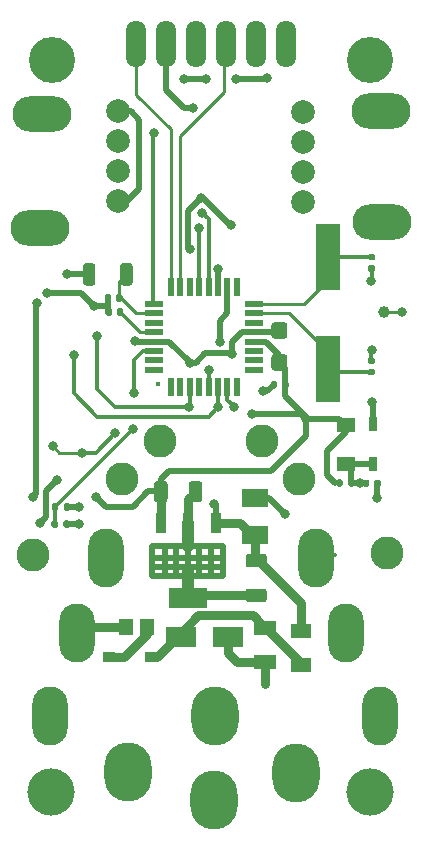
<source format=gbr>
%TF.GenerationSoftware,KiCad,Pcbnew,(5.1.10)-1*%
%TF.CreationDate,2021-10-24T00:58:49+05:30*%
%TF.ProjectId,Modbus_IO_Board,4d6f6462-7573-45f4-994f-5f426f617264,rev?*%
%TF.SameCoordinates,Original*%
%TF.FileFunction,Copper,L1,Top*%
%TF.FilePolarity,Positive*%
%FSLAX46Y46*%
G04 Gerber Fmt 4.6, Leading zero omitted, Abs format (unit mm)*
G04 Created by KiCad (PCBNEW (5.1.10)-1) date 2021-10-24 00:58:49*
%MOMM*%
%LPD*%
G01*
G04 APERTURE LIST*
%TA.AperFunction,ComponentPad*%
%ADD10C,3.900000*%
%TD*%
%TA.AperFunction,ComponentPad*%
%ADD11C,4.000000*%
%TD*%
%TA.AperFunction,ComponentPad*%
%ADD12C,2.800000*%
%TD*%
%TA.AperFunction,ComponentPad*%
%ADD13C,2.000000*%
%TD*%
%TA.AperFunction,ComponentPad*%
%ADD14O,3.000000X5.000000*%
%TD*%
%TA.AperFunction,SMDPad,CuDef*%
%ADD15R,1.500000X0.600000*%
%TD*%
%TA.AperFunction,SMDPad,CuDef*%
%ADD16R,0.600000X1.500000*%
%TD*%
%TA.AperFunction,SMDPad,CuDef*%
%ADD17R,2.100000X5.600000*%
%TD*%
%TA.AperFunction,ComponentPad*%
%ADD18C,0.800000*%
%TD*%
%TA.AperFunction,ComponentPad*%
%ADD19O,5.000000X3.000000*%
%TD*%
%TA.AperFunction,ComponentPad*%
%ADD20O,4.000000X5.000000*%
%TD*%
%TA.AperFunction,SMDPad,CuDef*%
%ADD21R,1.050000X0.850000*%
%TD*%
%TA.AperFunction,SMDPad,CuDef*%
%ADD22R,0.750000X1.200000*%
%TD*%
%TA.AperFunction,SMDPad,CuDef*%
%ADD23R,1.650000X1.150000*%
%TD*%
%TA.AperFunction,ComponentPad*%
%ADD24O,1.700000X4.000000*%
%TD*%
%TA.AperFunction,SMDPad,CuDef*%
%ADD25R,1.900000X1.300000*%
%TD*%
%TA.AperFunction,SMDPad,CuDef*%
%ADD26R,1.150000X1.470000*%
%TD*%
%TA.AperFunction,SMDPad,CuDef*%
%ADD27R,3.200000X1.750000*%
%TD*%
%TA.AperFunction,SMDPad,CuDef*%
%ADD28R,0.950000X1.750000*%
%TD*%
%TA.AperFunction,SMDPad,CuDef*%
%ADD29R,1.800000X1.200000*%
%TD*%
%TA.AperFunction,SMDPad,CuDef*%
%ADD30R,2.250000X1.650000*%
%TD*%
%TA.AperFunction,SMDPad,CuDef*%
%ADD31C,1.000000*%
%TD*%
%TA.AperFunction,SMDPad,CuDef*%
%ADD32R,2.500000X1.800000*%
%TD*%
%TA.AperFunction,ViaPad*%
%ADD33C,0.800000*%
%TD*%
%TA.AperFunction,ViaPad*%
%ADD34C,0.400000*%
%TD*%
%TA.AperFunction,Conductor*%
%ADD35C,0.500000*%
%TD*%
%TA.AperFunction,Conductor*%
%ADD36C,1.000000*%
%TD*%
%TA.AperFunction,Conductor*%
%ADD37C,0.250000*%
%TD*%
%TA.AperFunction,Conductor*%
%ADD38C,0.300000*%
%TD*%
%TA.AperFunction,Conductor*%
%ADD39C,0.800000*%
%TD*%
G04 APERTURE END LIST*
D10*
%TO.P,H1,1*%
%TO.N,N/C*%
X131830000Y-60750000D03*
%TD*%
%TO.P,H2,1*%
%TO.N,N/C*%
X158750000Y-60760000D03*
%TD*%
D11*
%TO.P,H4,1*%
%TO.N,N/C*%
X158770000Y-122700000D03*
%TD*%
%TO.P,H3,1*%
%TO.N,N/C*%
X131740000Y-122710000D03*
%TD*%
D12*
%TO.P,TP9,1*%
%TO.N,/Data_A*%
X140970000Y-92964000D03*
%TD*%
%TO.P,B,1*%
%TO.N,/Data_B*%
X137750000Y-96180000D03*
%TD*%
D13*
%TO.P,I-3,1*%
%TO.N,Net-(D6-Pad1)*%
X137439400Y-70154800D03*
%TD*%
%TO.P,I-1,1*%
%TO.N,GND*%
X137439400Y-65074800D03*
%TD*%
%TO.P,I-2,1*%
%TO.N,Net-(D8-Pad1)*%
X137439400Y-67614800D03*
%TD*%
%TO.P,I-4,1*%
%TO.N,GND*%
X137439400Y-72694800D03*
%TD*%
%TO.P,O-4,1*%
%TO.N,Net-(IC5-Pad8)*%
X153060400Y-72771000D03*
%TD*%
%TO.P,O-3,1*%
%TO.N,Net-(IC5-Pad7)*%
X153060400Y-70231000D03*
%TD*%
%TO.P,O-2,1*%
%TO.N,Net-(IC5-Pad6)*%
X153060400Y-67691000D03*
%TD*%
%TO.P,O-1,1*%
%TO.N,Net-(IC5-Pad5)*%
X153060400Y-65151000D03*
%TD*%
D14*
%TO.P,TP11,1*%
%TO.N,GND*%
X154178000Y-102870000D03*
%TD*%
%TO.P,12V,1*%
%TO.N,+12V*%
X156718000Y-109230000D03*
%TD*%
%TO.P,TP15,1*%
%TO.N,GND*%
X136398000Y-102870000D03*
%TD*%
%TO.P,12V,1*%
%TO.N,+12V*%
X133920000Y-109230000D03*
%TD*%
D12*
%TO.P,B,1*%
%TO.N,/Data_B*%
X152760000Y-96220000D03*
%TD*%
%TO.P,A,1*%
%TO.N,/Data_A*%
X149606000Y-92964000D03*
%TD*%
D15*
%TO.P,IC1,1*%
%TO.N,N/C*%
X148920000Y-86970000D03*
%TO.P,IC1,2*%
X148920000Y-86170000D03*
%TO.P,IC1,3*%
X148920000Y-85370000D03*
%TO.P,IC1,4*%
%TO.N,+3V3*%
X148920000Y-84570000D03*
%TO.P,IC1,5*%
%TO.N,GND*%
X148920000Y-83770000D03*
%TO.P,IC1,6*%
%TO.N,N/C*%
X148920000Y-82970000D03*
%TO.P,IC1,7*%
%TO.N,Net-(C6-Pad1)*%
X148920000Y-82170000D03*
%TO.P,IC1,8*%
%TO.N,Net-(C7-Pad1)*%
X148920000Y-81370000D03*
D16*
%TO.P,IC1,9*%
%TO.N,N/C*%
X147470000Y-79920000D03*
%TO.P,IC1,10*%
%TO.N,/1Y*%
X146670000Y-79920000D03*
%TO.P,IC1,11*%
%TO.N,/2Y*%
X145870000Y-79920000D03*
%TO.P,IC1,12*%
%TO.N,/OUT1*%
X145070000Y-79920000D03*
%TO.P,IC1,13*%
%TO.N,/OUT2*%
X144270000Y-79920000D03*
%TO.P,IC1,14*%
%TO.N,N/C*%
X143470000Y-79920000D03*
%TO.P,IC1,15*%
%TO.N,/MOSI*%
X142670000Y-79920000D03*
%TO.P,IC1,16*%
%TO.N,/MISO*%
X141870000Y-79920000D03*
D15*
%TO.P,IC1,17*%
%TO.N,/SCK*%
X140420000Y-81370000D03*
%TO.P,IC1,18*%
%TO.N,Net-(C5-Pad1)*%
X140420000Y-82170000D03*
%TO.P,IC1,19*%
%TO.N,N/C*%
X140420000Y-82970000D03*
%TO.P,IC1,20*%
%TO.N,Net-(C4-Pad2)*%
X140420000Y-83770000D03*
%TO.P,IC1,21*%
%TO.N,GND*%
X140420000Y-84570000D03*
%TO.P,IC1,22*%
%TO.N,/Vin*%
X140420000Y-85370000D03*
%TO.P,IC1,23*%
%TO.N,N/C*%
X140420000Y-86170000D03*
%TO.P,IC1,24*%
X140420000Y-86970000D03*
D16*
%TO.P,IC1,25*%
X141870000Y-88420000D03*
%TO.P,IC1,26*%
X142670000Y-88420000D03*
%TO.P,IC1,27*%
%TO.N,/MAX_EN*%
X143470000Y-88420000D03*
%TO.P,IC1,28*%
%TO.N,N/C*%
X144270000Y-88420000D03*
%TO.P,IC1,29*%
%TO.N,/RSB*%
X145070000Y-88420000D03*
%TO.P,IC1,30*%
%TO.N,/RXD*%
X145870000Y-88420000D03*
%TO.P,IC1,31*%
%TO.N,/TXD*%
X146670000Y-88420000D03*
%TO.P,IC1,32*%
%TO.N,N/C*%
X147470000Y-88420000D03*
%TD*%
D17*
%TO.P,Y1,2*%
%TO.N,Net-(C7-Pad1)*%
X155180000Y-77410000D03*
%TO.P,Y1,1*%
%TO.N,Net-(C6-Pad1)*%
X155180000Y-86910000D03*
%TD*%
D18*
%TO.P,TP18,1*%
%TO.N,/TXD*%
X147219200Y-90079200D03*
%TD*%
%TO.P,RX,1*%
%TO.N,/RXD*%
X145870000Y-90100000D03*
%TD*%
D19*
%TO.P,e,*%
%TO.N,*%
X130960000Y-65330000D03*
%TD*%
%TO.P,e,*%
%TO.N,*%
X159660000Y-65060000D03*
%TD*%
%TO.P,e,*%
%TO.N,*%
X159720000Y-74422000D03*
%TD*%
D20*
%TO.P,,*%
%TO.N,*%
X138266400Y-121037600D03*
%TD*%
%TO.P,,*%
%TO.N,*%
X152490400Y-121101100D03*
%TD*%
%TO.P,,*%
%TO.N,*%
X145505400Y-123403100D03*
%TD*%
D14*
%TO.P,,*%
%TO.N,*%
X131607000Y-116287800D03*
%TD*%
D20*
%TO.P,,*%
%TO.N,*%
X145607000Y-116287800D03*
%TD*%
D14*
%TO.P,,*%
%TO.N,*%
X159607000Y-116287800D03*
%TD*%
D21*
%TO.P,D3,2*%
%TO.N,Net-(D3-Pad2)*%
X136630000Y-111252000D03*
%TO.P,D3,1*%
%TO.N,Net-(D3-Pad1)*%
X140230000Y-111252000D03*
%TD*%
D22*
%TO.P,D2,2*%
%TO.N,GND*%
X158960000Y-91570000D03*
%TO.P,D2,1*%
%TO.N,/RSB*%
X158960000Y-94970000D03*
%TD*%
D23*
%TO.P,D1,2*%
%TO.N,/RSB*%
X156680000Y-94940000D03*
%TO.P,D1,1*%
%TO.N,+3V3*%
X156680000Y-91640000D03*
%TD*%
D18*
%TO.P,EN,1*%
%TO.N,/MAX_EN*%
X143440000Y-90100000D03*
%TD*%
%TO.P,C3,2*%
%TO.N,GND*%
%TA.AperFunction,SMDPad,CuDef*%
G36*
G01*
X151495001Y-84330000D02*
X150644999Y-84330000D01*
G75*
G02*
X150395000Y-84080001I0J249999D01*
G01*
X150395000Y-83179999D01*
G75*
G02*
X150644999Y-82930000I249999J0D01*
G01*
X151495001Y-82930000D01*
G75*
G02*
X151745000Y-83179999I0J-249999D01*
G01*
X151745000Y-84080001D01*
G75*
G02*
X151495001Y-84330000I-249999J0D01*
G01*
G37*
%TD.AperFunction*%
%TO.P,C3,1*%
%TO.N,+3V3*%
%TA.AperFunction,SMDPad,CuDef*%
G36*
G01*
X151495001Y-87030000D02*
X150644999Y-87030000D01*
G75*
G02*
X150395000Y-86780001I0J249999D01*
G01*
X150395000Y-85879999D01*
G75*
G02*
X150644999Y-85630000I249999J0D01*
G01*
X151495001Y-85630000D01*
G75*
G02*
X151745000Y-85879999I0J-249999D01*
G01*
X151745000Y-86780001D01*
G75*
G02*
X151495001Y-87030000I-249999J0D01*
G01*
G37*
%TD.AperFunction*%
%TD*%
%TO.P,C7,2*%
%TO.N,GND*%
%TA.AperFunction,SMDPad,CuDef*%
G36*
G01*
X158700000Y-78100000D02*
X159040000Y-78100000D01*
G75*
G02*
X159180000Y-78240000I0J-140000D01*
G01*
X159180000Y-78520000D01*
G75*
G02*
X159040000Y-78660000I-140000J0D01*
G01*
X158700000Y-78660000D01*
G75*
G02*
X158560000Y-78520000I0J140000D01*
G01*
X158560000Y-78240000D01*
G75*
G02*
X158700000Y-78100000I140000J0D01*
G01*
G37*
%TD.AperFunction*%
%TO.P,C7,1*%
%TO.N,Net-(C7-Pad1)*%
%TA.AperFunction,SMDPad,CuDef*%
G36*
G01*
X158700000Y-77140000D02*
X159040000Y-77140000D01*
G75*
G02*
X159180000Y-77280000I0J-140000D01*
G01*
X159180000Y-77560000D01*
G75*
G02*
X159040000Y-77700000I-140000J0D01*
G01*
X158700000Y-77700000D01*
G75*
G02*
X158560000Y-77560000I0J140000D01*
G01*
X158560000Y-77280000D01*
G75*
G02*
X158700000Y-77140000I140000J0D01*
G01*
G37*
%TD.AperFunction*%
%TD*%
%TO.P,C6,2*%
%TO.N,GND*%
%TA.AperFunction,SMDPad,CuDef*%
G36*
G01*
X159030000Y-86480000D02*
X158690000Y-86480000D01*
G75*
G02*
X158550000Y-86340000I0J140000D01*
G01*
X158550000Y-86060000D01*
G75*
G02*
X158690000Y-85920000I140000J0D01*
G01*
X159030000Y-85920000D01*
G75*
G02*
X159170000Y-86060000I0J-140000D01*
G01*
X159170000Y-86340000D01*
G75*
G02*
X159030000Y-86480000I-140000J0D01*
G01*
G37*
%TD.AperFunction*%
%TO.P,C6,1*%
%TO.N,Net-(C6-Pad1)*%
%TA.AperFunction,SMDPad,CuDef*%
G36*
G01*
X159030000Y-87440000D02*
X158690000Y-87440000D01*
G75*
G02*
X158550000Y-87300000I0J140000D01*
G01*
X158550000Y-87020000D01*
G75*
G02*
X158690000Y-86880000I140000J0D01*
G01*
X159030000Y-86880000D01*
G75*
G02*
X159170000Y-87020000I0J-140000D01*
G01*
X159170000Y-87300000D01*
G75*
G02*
X159030000Y-87440000I-140000J0D01*
G01*
G37*
%TD.AperFunction*%
%TD*%
%TO.P,C5,2*%
%TO.N,GND*%
%TA.AperFunction,SMDPad,CuDef*%
G36*
G01*
X136830000Y-80710000D02*
X136830000Y-81050000D01*
G75*
G02*
X136690000Y-81190000I-140000J0D01*
G01*
X136410000Y-81190000D01*
G75*
G02*
X136270000Y-81050000I0J140000D01*
G01*
X136270000Y-80710000D01*
G75*
G02*
X136410000Y-80570000I140000J0D01*
G01*
X136690000Y-80570000D01*
G75*
G02*
X136830000Y-80710000I0J-140000D01*
G01*
G37*
%TD.AperFunction*%
%TO.P,C5,1*%
%TO.N,Net-(C5-Pad1)*%
%TA.AperFunction,SMDPad,CuDef*%
G36*
G01*
X137790000Y-80710000D02*
X137790000Y-81050000D01*
G75*
G02*
X137650000Y-81190000I-140000J0D01*
G01*
X137370000Y-81190000D01*
G75*
G02*
X137230000Y-81050000I0J140000D01*
G01*
X137230000Y-80710000D01*
G75*
G02*
X137370000Y-80570000I140000J0D01*
G01*
X137650000Y-80570000D01*
G75*
G02*
X137790000Y-80710000I0J-140000D01*
G01*
G37*
%TD.AperFunction*%
%TD*%
%TO.P,C4,2*%
%TO.N,Net-(C4-Pad2)*%
%TA.AperFunction,SMDPad,CuDef*%
G36*
G01*
X137300000Y-82240000D02*
X137300000Y-81900000D01*
G75*
G02*
X137440000Y-81760000I140000J0D01*
G01*
X137720000Y-81760000D01*
G75*
G02*
X137860000Y-81900000I0J-140000D01*
G01*
X137860000Y-82240000D01*
G75*
G02*
X137720000Y-82380000I-140000J0D01*
G01*
X137440000Y-82380000D01*
G75*
G02*
X137300000Y-82240000I0J140000D01*
G01*
G37*
%TD.AperFunction*%
%TO.P,C4,1*%
%TO.N,GND*%
%TA.AperFunction,SMDPad,CuDef*%
G36*
G01*
X136340000Y-82240000D02*
X136340000Y-81900000D01*
G75*
G02*
X136480000Y-81760000I140000J0D01*
G01*
X136760000Y-81760000D01*
G75*
G02*
X136900000Y-81900000I0J-140000D01*
G01*
X136900000Y-82240000D01*
G75*
G02*
X136760000Y-82380000I-140000J0D01*
G01*
X136480000Y-82380000D01*
G75*
G02*
X136340000Y-82240000I0J140000D01*
G01*
G37*
%TD.AperFunction*%
%TD*%
%TO.P,C2,2*%
%TO.N,GND*%
%TA.AperFunction,SMDPad,CuDef*%
G36*
G01*
X150880000Y-88050000D02*
X150880000Y-88390000D01*
G75*
G02*
X150740000Y-88530000I-140000J0D01*
G01*
X150460000Y-88530000D01*
G75*
G02*
X150320000Y-88390000I0J140000D01*
G01*
X150320000Y-88050000D01*
G75*
G02*
X150460000Y-87910000I140000J0D01*
G01*
X150740000Y-87910000D01*
G75*
G02*
X150880000Y-88050000I0J-140000D01*
G01*
G37*
%TD.AperFunction*%
%TO.P,C2,1*%
%TO.N,+3V3*%
%TA.AperFunction,SMDPad,CuDef*%
G36*
G01*
X151840000Y-88050000D02*
X151840000Y-88390000D01*
G75*
G02*
X151700000Y-88530000I-140000J0D01*
G01*
X151420000Y-88530000D01*
G75*
G02*
X151280000Y-88390000I0J140000D01*
G01*
X151280000Y-88050000D01*
G75*
G02*
X151420000Y-87910000I140000J0D01*
G01*
X151700000Y-87910000D01*
G75*
G02*
X151840000Y-88050000I0J-140000D01*
G01*
G37*
%TD.AperFunction*%
%TD*%
%TO.P,C1,2*%
%TO.N,GND*%
%TA.AperFunction,SMDPad,CuDef*%
G36*
G01*
X159090000Y-96750000D02*
X159090000Y-96410000D01*
G75*
G02*
X159230000Y-96270000I140000J0D01*
G01*
X159510000Y-96270000D01*
G75*
G02*
X159650000Y-96410000I0J-140000D01*
G01*
X159650000Y-96750000D01*
G75*
G02*
X159510000Y-96890000I-140000J0D01*
G01*
X159230000Y-96890000D01*
G75*
G02*
X159090000Y-96750000I0J140000D01*
G01*
G37*
%TD.AperFunction*%
%TO.P,C1,1*%
%TO.N,/RSB*%
%TA.AperFunction,SMDPad,CuDef*%
G36*
G01*
X158130000Y-96750000D02*
X158130000Y-96410000D01*
G75*
G02*
X158270000Y-96270000I140000J0D01*
G01*
X158550000Y-96270000D01*
G75*
G02*
X158690000Y-96410000I0J-140000D01*
G01*
X158690000Y-96750000D01*
G75*
G02*
X158550000Y-96890000I-140000J0D01*
G01*
X158270000Y-96890000D01*
G75*
G02*
X158130000Y-96750000I0J140000D01*
G01*
G37*
%TD.AperFunction*%
%TD*%
%TO.P,R14,2*%
%TO.N,GND*%
%TA.AperFunction,SMDPad,CuDef*%
G36*
G01*
X132786200Y-100217800D02*
X132786200Y-99847800D01*
G75*
G02*
X132921200Y-99712800I135000J0D01*
G01*
X133191200Y-99712800D01*
G75*
G02*
X133326200Y-99847800I0J-135000D01*
G01*
X133326200Y-100217800D01*
G75*
G02*
X133191200Y-100352800I-135000J0D01*
G01*
X132921200Y-100352800D01*
G75*
G02*
X132786200Y-100217800I0J135000D01*
G01*
G37*
%TD.AperFunction*%
%TO.P,R14,1*%
%TO.N,/Vin*%
%TA.AperFunction,SMDPad,CuDef*%
G36*
G01*
X131766200Y-100217800D02*
X131766200Y-99847800D01*
G75*
G02*
X131901200Y-99712800I135000J0D01*
G01*
X132171200Y-99712800D01*
G75*
G02*
X132306200Y-99847800I0J-135000D01*
G01*
X132306200Y-100217800D01*
G75*
G02*
X132171200Y-100352800I-135000J0D01*
G01*
X131901200Y-100352800D01*
G75*
G02*
X131766200Y-100217800I0J135000D01*
G01*
G37*
%TD.AperFunction*%
%TD*%
%TO.P,R3,2*%
%TO.N,/Vin*%
%TA.AperFunction,SMDPad,CuDef*%
G36*
G01*
X132326200Y-98407800D02*
X132326200Y-98777800D01*
G75*
G02*
X132191200Y-98912800I-135000J0D01*
G01*
X131921200Y-98912800D01*
G75*
G02*
X131786200Y-98777800I0J135000D01*
G01*
X131786200Y-98407800D01*
G75*
G02*
X131921200Y-98272800I135000J0D01*
G01*
X132191200Y-98272800D01*
G75*
G02*
X132326200Y-98407800I0J-135000D01*
G01*
G37*
%TD.AperFunction*%
%TO.P,R3,1*%
%TO.N,Net-(C8-Pad1)*%
%TA.AperFunction,SMDPad,CuDef*%
G36*
G01*
X133346200Y-98407800D02*
X133346200Y-98777800D01*
G75*
G02*
X133211200Y-98912800I-135000J0D01*
G01*
X132941200Y-98912800D01*
G75*
G02*
X132806200Y-98777800I0J135000D01*
G01*
X132806200Y-98407800D01*
G75*
G02*
X132941200Y-98272800I135000J0D01*
G01*
X133211200Y-98272800D01*
G75*
G02*
X133346200Y-98407800I0J-135000D01*
G01*
G37*
%TD.AperFunction*%
%TD*%
%TO.P,R1,2*%
%TO.N,/RSB*%
%TA.AperFunction,SMDPad,CuDef*%
G36*
G01*
X156900000Y-96735000D02*
X156900000Y-96365000D01*
G75*
G02*
X157035000Y-96230000I135000J0D01*
G01*
X157305000Y-96230000D01*
G75*
G02*
X157440000Y-96365000I0J-135000D01*
G01*
X157440000Y-96735000D01*
G75*
G02*
X157305000Y-96870000I-135000J0D01*
G01*
X157035000Y-96870000D01*
G75*
G02*
X156900000Y-96735000I0J135000D01*
G01*
G37*
%TD.AperFunction*%
%TO.P,R1,1*%
%TO.N,+3V3*%
%TA.AperFunction,SMDPad,CuDef*%
G36*
G01*
X155880000Y-96735000D02*
X155880000Y-96365000D01*
G75*
G02*
X156015000Y-96230000I135000J0D01*
G01*
X156285000Y-96230000D01*
G75*
G02*
X156420000Y-96365000I0J-135000D01*
G01*
X156420000Y-96735000D01*
G75*
G02*
X156285000Y-96870000I-135000J0D01*
G01*
X156015000Y-96870000D01*
G75*
G02*
X155880000Y-96735000I0J135000D01*
G01*
G37*
%TD.AperFunction*%
%TD*%
D19*
%TO.P,e,*%
%TO.N,*%
X130760000Y-74940000D03*
%TD*%
D24*
%TO.P,J1,6*%
%TO.N,GND*%
X151638000Y-59352000D03*
%TO.P,J1,5*%
%TO.N,/RSB*%
X149098000Y-59352000D03*
%TO.P,J1,4*%
%TO.N,/MOSI*%
X146558000Y-59352000D03*
%TO.P,J1,3*%
%TO.N,/SCK*%
X144018000Y-59352000D03*
%TO.P,J1,2*%
%TO.N,+3V3*%
X141478000Y-59352000D03*
%TO.P,J1,1*%
%TO.N,/MISO*%
X138938000Y-59352000D03*
%TD*%
D25*
%TO.P,RV1,2*%
%TO.N,GND*%
X149860000Y-111686000D03*
%TO.P,RV1,1*%
%TO.N,Net-(D3-Pad1)*%
X149860000Y-108786000D03*
%TD*%
D26*
%TO.P,RT1,2*%
%TO.N,Net-(D3-Pad2)*%
X139818000Y-108712000D03*
%TO.P,RT1,1*%
%TO.N,+12V*%
X138058000Y-108712000D03*
%TD*%
%TO.P,L1,2*%
%TO.N,Net-(C5-Pad1)*%
%TA.AperFunction,SMDPad,CuDef*%
G36*
G01*
X137590000Y-79580001D02*
X137590000Y-78179999D01*
G75*
G02*
X137839999Y-77930000I249999J0D01*
G01*
X138390001Y-77930000D01*
G75*
G02*
X138640000Y-78179999I0J-249999D01*
G01*
X138640000Y-79580001D01*
G75*
G02*
X138390001Y-79830000I-249999J0D01*
G01*
X137839999Y-79830000D01*
G75*
G02*
X137590000Y-79580001I0J249999D01*
G01*
G37*
%TD.AperFunction*%
%TO.P,L1,1*%
%TO.N,+3V3*%
%TA.AperFunction,SMDPad,CuDef*%
G36*
G01*
X134440000Y-79580001D02*
X134440000Y-78179999D01*
G75*
G02*
X134689999Y-77930000I249999J0D01*
G01*
X135240001Y-77930000D01*
G75*
G02*
X135490000Y-78179999I0J-249999D01*
G01*
X135490000Y-79580001D01*
G75*
G02*
X135240001Y-79830000I-249999J0D01*
G01*
X134689999Y-79830000D01*
G75*
G02*
X134440000Y-79580001I0J249999D01*
G01*
G37*
%TD.AperFunction*%
%TD*%
D27*
%TO.P,IC2,4*%
%TO.N,GND*%
X143360000Y-106270000D03*
D28*
%TO.P,IC2,3*%
%TO.N,+3V3*%
X141060000Y-99970000D03*
%TO.P,IC2,2*%
%TO.N,GND*%
X143360000Y-99970000D03*
%TO.P,IC2,1*%
%TO.N,Net-(C8-Pad1)*%
X145660000Y-99970000D03*
%TD*%
D29*
%TO.P,FB1,2*%
%TO.N,Net-(C8-Pad1)*%
X152908000Y-109040000D03*
%TO.P,FB1,1*%
%TO.N,Net-(D3-Pad1)*%
X152908000Y-111940000D03*
%TD*%
%TO.P,C10,2*%
%TO.N,GND*%
%TA.AperFunction,SMDPad,CuDef*%
G36*
G01*
X143394000Y-97932001D02*
X143394000Y-96631999D01*
G75*
G02*
X143643999Y-96382000I249999J0D01*
G01*
X144294001Y-96382000D01*
G75*
G02*
X144544000Y-96631999I0J-249999D01*
G01*
X144544000Y-97932001D01*
G75*
G02*
X144294001Y-98182000I-249999J0D01*
G01*
X143643999Y-98182000D01*
G75*
G02*
X143394000Y-97932001I0J249999D01*
G01*
G37*
%TD.AperFunction*%
%TO.P,C10,1*%
%TO.N,+3V3*%
%TA.AperFunction,SMDPad,CuDef*%
G36*
G01*
X140444000Y-97932001D02*
X140444000Y-96631999D01*
G75*
G02*
X140693999Y-96382000I249999J0D01*
G01*
X141344001Y-96382000D01*
G75*
G02*
X141594000Y-96631999I0J-249999D01*
G01*
X141594000Y-97932001D01*
G75*
G02*
X141344001Y-98182000I-249999J0D01*
G01*
X140693999Y-98182000D01*
G75*
G02*
X140444000Y-97932001I0J249999D01*
G01*
G37*
%TD.AperFunction*%
%TD*%
%TO.P,C9,2*%
%TO.N,GND*%
%TA.AperFunction,SMDPad,CuDef*%
G36*
G01*
X148449999Y-105490000D02*
X149750001Y-105490000D01*
G75*
G02*
X150000000Y-105739999I0J-249999D01*
G01*
X150000000Y-106390001D01*
G75*
G02*
X149750001Y-106640000I-249999J0D01*
G01*
X148449999Y-106640000D01*
G75*
G02*
X148200000Y-106390001I0J249999D01*
G01*
X148200000Y-105739999D01*
G75*
G02*
X148449999Y-105490000I249999J0D01*
G01*
G37*
%TD.AperFunction*%
%TO.P,C9,1*%
%TO.N,Net-(C8-Pad1)*%
%TA.AperFunction,SMDPad,CuDef*%
G36*
G01*
X148449999Y-102540000D02*
X149750001Y-102540000D01*
G75*
G02*
X150000000Y-102789999I0J-249999D01*
G01*
X150000000Y-103440001D01*
G75*
G02*
X149750001Y-103690000I-249999J0D01*
G01*
X148449999Y-103690000D01*
G75*
G02*
X148200000Y-103440001I0J249999D01*
G01*
X148200000Y-102789999D01*
G75*
G02*
X148449999Y-102540000I249999J0D01*
G01*
G37*
%TD.AperFunction*%
%TD*%
D30*
%TO.P,C8,2*%
%TO.N,GND*%
X149021800Y-97840200D03*
%TO.P,C8,1*%
%TO.N,Net-(C8-Pad1)*%
X149021800Y-100940200D03*
%TD*%
D12*
%TO.P,GND,1*%
%TO.N,GND*%
X130175000Y-102616000D03*
%TD*%
%TO.P,GND,1*%
%TO.N,GND*%
X160147000Y-102489000D03*
%TD*%
D31*
%TO.P,GND,1*%
%TO.N,GND*%
X159893000Y-82042000D03*
%TD*%
D32*
%TO.P,D4,1*%
%TO.N,Net-(D3-Pad1)*%
X142710000Y-109600000D03*
%TO.P,D4,2*%
%TO.N,GND*%
X146710000Y-109600000D03*
%TD*%
D33*
%TO.N,/1Y*%
X146050000Y-84582000D03*
%TO.N,GND*%
X147421600Y-62331600D03*
X144856200Y-62331600D03*
D34*
X146304000Y-104394000D03*
X141342000Y-104394000D03*
X143352000Y-104384000D03*
X142332000Y-104394000D03*
X144272000Y-104394000D03*
X140312000Y-104394000D03*
X145288000Y-104394000D03*
X146304000Y-101854000D03*
X141342000Y-101854000D03*
X143352000Y-101844000D03*
X142332000Y-101854000D03*
X144272000Y-101854000D03*
X140312000Y-101854000D03*
X145288000Y-101854000D03*
X146304000Y-103632000D03*
X141342000Y-103632000D03*
X143352000Y-103622000D03*
X142332000Y-103632000D03*
X144272000Y-103632000D03*
X140312000Y-103632000D03*
X145288000Y-103632000D03*
X146304000Y-102870000D03*
X140312000Y-102870000D03*
X141342000Y-102870000D03*
X142332000Y-102870000D03*
X143352000Y-102860000D03*
X144272000Y-102870000D03*
X145288000Y-102870000D03*
D33*
X134366000Y-93980000D03*
X158850000Y-79440000D03*
X158870000Y-85260000D03*
X158940000Y-89710000D03*
X151536400Y-99187000D03*
X137185400Y-92278200D03*
X142951200Y-62331600D03*
X150037800Y-62280800D03*
X161417000Y-82042000D03*
X147066000Y-85598000D03*
X135382000Y-81534000D03*
X143510000Y-86360000D03*
D34*
X149860000Y-113538000D03*
D33*
X149640000Y-88790000D03*
X131420000Y-80420000D03*
X130820000Y-99940000D03*
X131870000Y-93410000D03*
X132210000Y-96290000D03*
X134068800Y-100032800D03*
X159350000Y-97850000D03*
X138840000Y-84510000D03*
%TO.N,/RSB*%
X157870000Y-96580000D03*
X145070000Y-86970000D03*
%TO.N,+3V3*%
X135534400Y-97713800D03*
X143764000Y-64770000D03*
D34*
X140790000Y-88140000D03*
D33*
X148740000Y-90700000D03*
X144440000Y-72430000D03*
X146990000Y-74700000D03*
X133120000Y-78880000D03*
X130560000Y-81290000D03*
X153305000Y-91095000D03*
X143510000Y-76708000D03*
X130210000Y-97710000D03*
%TO.N,Net-(C8-Pad1)*%
X145542000Y-98298000D03*
X134067200Y-98592800D03*
%TO.N,/RXD*%
X133640000Y-85690000D03*
%TO.N,/MAX_EN*%
X135630000Y-84060000D03*
%TO.N,/Vin*%
X138760000Y-88890000D03*
X138709400Y-91998800D03*
%TO.N,/SCK*%
X140460000Y-66870000D03*
%TO.N,/OUT2*%
X144272000Y-74930000D03*
%TO.N,/OUT1*%
X144526000Y-73660000D03*
%TO.N,/2Y*%
X145870000Y-78412000D03*
%TD*%
D35*
%TO.N,GND*%
X145288000Y-101854000D02*
X145288000Y-104394000D01*
X144272000Y-101854000D02*
X144272000Y-104394000D01*
X142332000Y-101854000D02*
X142332000Y-104394000D01*
X141342000Y-101854000D02*
X141342000Y-104394000D01*
X140312000Y-101854000D02*
X140312000Y-104394000D01*
X140312000Y-104394000D02*
X146304000Y-104394000D01*
X140312000Y-103632000D02*
X146304000Y-103632000D01*
X140312000Y-102870000D02*
X146304000Y-102870000D01*
X146304000Y-101854000D02*
X146304000Y-104394000D01*
X140312000Y-101854000D02*
X146304000Y-101854000D01*
D36*
X143360000Y-101836000D02*
X143352000Y-101844000D01*
X143360000Y-99970000D02*
X143360000Y-101836000D01*
X143360000Y-103990000D02*
X143352000Y-103982000D01*
D35*
X143352000Y-103982000D02*
X143352000Y-104384000D01*
D36*
X143360000Y-106270000D02*
X143360000Y-103990000D01*
D35*
X143352000Y-101844000D02*
X143352000Y-103982000D01*
D37*
X134366000Y-93980000D02*
X134366000Y-93980000D01*
D35*
X148920000Y-83770000D02*
X150930000Y-83770000D01*
D38*
X158870000Y-79420000D02*
X158850000Y-79440000D01*
X158870000Y-78380000D02*
X158870000Y-79420000D01*
X158860000Y-85270000D02*
X158870000Y-85260000D01*
X158860000Y-86200000D02*
X158860000Y-85270000D01*
D39*
X149021800Y-97840200D02*
X149700200Y-97840200D01*
D38*
X158960000Y-89730000D02*
X158940000Y-89710000D01*
D35*
X158960000Y-91570000D02*
X158960000Y-89730000D01*
D39*
X149095000Y-106060000D02*
X149100000Y-106065000D01*
X143570000Y-106060000D02*
X149095000Y-106060000D01*
X143360000Y-106270000D02*
X143570000Y-106060000D01*
D35*
X150189600Y-97840200D02*
X151536400Y-99187000D01*
X149021800Y-97840200D02*
X150189600Y-97840200D01*
D38*
X151412400Y-83972400D02*
X151070000Y-83630000D01*
X147421600Y-62331600D02*
X147370800Y-62382400D01*
D35*
X149987000Y-62331600D02*
X147421600Y-62331600D01*
D38*
X150037800Y-62280800D02*
X149987000Y-62331600D01*
D35*
X144856200Y-62331600D02*
X142951200Y-62331600D01*
D38*
X135509000Y-93980000D02*
X134366000Y-93980000D01*
X137185400Y-92303600D02*
X135509000Y-93980000D01*
X137185400Y-92278200D02*
X137185400Y-92303600D01*
D37*
X161290000Y-82042000D02*
X161417000Y-81915000D01*
X159893000Y-82042000D02*
X161290000Y-82042000D01*
D39*
X143360000Y-97891000D02*
X143969000Y-97282000D01*
X143360000Y-99970000D02*
X143360000Y-97891000D01*
D35*
X147878000Y-83770000D02*
X148920000Y-83770000D01*
X147066000Y-84582000D02*
X147878000Y-83770000D01*
X147066000Y-85598000D02*
X147066000Y-84582000D01*
D37*
X136550000Y-82000000D02*
X136620000Y-82070000D01*
D35*
X136550000Y-80880000D02*
X136550000Y-81432000D01*
X136550000Y-81432000D02*
X136550000Y-82000000D01*
X136448000Y-81534000D02*
X135382000Y-81534000D01*
X137439400Y-72694800D02*
X138125200Y-72694800D01*
X138480800Y-65074800D02*
X137439400Y-65074800D01*
X139192000Y-65786000D02*
X138480800Y-65074800D01*
X139192000Y-71628000D02*
X139192000Y-65786000D01*
X138125200Y-72694800D02*
X139192000Y-71628000D01*
D39*
X149860000Y-111686000D02*
X149860000Y-113538000D01*
D35*
X149640000Y-88790000D02*
X150030000Y-88790000D01*
X150030000Y-88790000D02*
X150600000Y-88220000D01*
D39*
X147500000Y-111686000D02*
X149860000Y-111686000D01*
X146710000Y-110896000D02*
X147500000Y-111686000D01*
X146710000Y-109600000D02*
X146710000Y-110896000D01*
D35*
X134288000Y-80440000D02*
X135382000Y-81534000D01*
X131440000Y-80440000D02*
X134288000Y-80440000D01*
D38*
X131420000Y-80420000D02*
X131440000Y-80440000D01*
D37*
X132440000Y-93980000D02*
X131870000Y-93410000D01*
X134366000Y-93980000D02*
X132440000Y-93980000D01*
D35*
X134068800Y-100032800D02*
X133056200Y-100032800D01*
X159370000Y-97830000D02*
X159350000Y-97850000D01*
X159370000Y-96580000D02*
X159370000Y-97830000D01*
X138900000Y-84570000D02*
X140420000Y-84570000D01*
X138840000Y-84510000D02*
X138900000Y-84570000D01*
X141760000Y-84570000D02*
X140420000Y-84570000D01*
X143510000Y-86320000D02*
X141760000Y-84570000D01*
X143510000Y-86360000D02*
X143510000Y-86320000D01*
X147038000Y-85570000D02*
X147066000Y-85598000D01*
X144808000Y-85570000D02*
X147038000Y-85570000D01*
X144018000Y-86360000D02*
X144808000Y-85570000D01*
X143510000Y-86360000D02*
X144018000Y-86360000D01*
D38*
X154178000Y-102616000D02*
X155754000Y-102616000D01*
D35*
X131300000Y-99460000D02*
X130820000Y-99940000D01*
X131300000Y-97200000D02*
X131300000Y-99460000D01*
X132210000Y-96290000D02*
X131300000Y-97200000D01*
%TO.N,/RSB*%
X157200000Y-96580000D02*
X157170000Y-96550000D01*
X158410000Y-96580000D02*
X157870000Y-96580000D01*
X156710000Y-94970000D02*
X156680000Y-94940000D01*
X158960000Y-94970000D02*
X156710000Y-94970000D01*
X157170000Y-95430000D02*
X156680000Y-94940000D01*
X157170000Y-96550000D02*
X157170000Y-95430000D01*
X157870000Y-96580000D02*
X157200000Y-96580000D01*
D38*
X145070000Y-86970000D02*
X145070000Y-88420000D01*
X145070000Y-86960000D02*
X145070000Y-86970000D01*
D37*
%TO.N,+3V3*%
X151070000Y-85940000D02*
X151070000Y-86330000D01*
X151560000Y-88220000D02*
X151570000Y-88210000D01*
D38*
X156150000Y-96550000D02*
X155780000Y-96550000D01*
X156550000Y-91510000D02*
X156680000Y-91640000D01*
D35*
X156680000Y-92253000D02*
X156680000Y-91640000D01*
X155067000Y-93866000D02*
X156680000Y-92253000D01*
X155067000Y-95837000D02*
X155067000Y-93866000D01*
X155780000Y-96550000D02*
X155067000Y-95837000D01*
X151570000Y-88210000D02*
X151511000Y-88151000D01*
X151560000Y-86820000D02*
X151070000Y-86330000D01*
X151560000Y-88220000D02*
X151560000Y-86820000D01*
D39*
X141060000Y-97323000D02*
X141019000Y-97282000D01*
X141060000Y-99970000D02*
X141060000Y-97323000D01*
D38*
X135534400Y-97713800D02*
X135813800Y-97993200D01*
X143764000Y-64770000D02*
X143920000Y-64614000D01*
D35*
X143764000Y-64770000D02*
X143002000Y-64770000D01*
X143002000Y-64770000D02*
X141478000Y-63246000D01*
X141478000Y-63246000D02*
X141478000Y-62230000D01*
X141478000Y-62230000D02*
X141478000Y-60452000D01*
X134905000Y-78820000D02*
X134965000Y-78880000D01*
X144610000Y-72430000D02*
X144440000Y-72430000D01*
X146880000Y-74700000D02*
X144610000Y-72430000D01*
X146990000Y-74700000D02*
X146880000Y-74700000D01*
X151070000Y-85720000D02*
X151070000Y-85940000D01*
X149920000Y-84570000D02*
X151070000Y-85720000D01*
X148920000Y-84570000D02*
X149920000Y-84570000D01*
X133120000Y-78880000D02*
X134965000Y-78880000D01*
X138670000Y-98560000D02*
X136380600Y-98560000D01*
X136380600Y-98560000D02*
X135813800Y-97993200D01*
X141732000Y-95504000D02*
X141019000Y-96217000D01*
X150368000Y-95504000D02*
X141732000Y-95504000D01*
X139973400Y-97256600D02*
X138670000Y-98560000D01*
X141019000Y-96217000D02*
X141019000Y-97256600D01*
X153305000Y-92567000D02*
X150368000Y-95504000D01*
X141019000Y-97256600D02*
X139973400Y-97256600D01*
X153305000Y-91095000D02*
X153305000Y-92567000D01*
X156130000Y-91090000D02*
X156550000Y-91510000D01*
X153310000Y-91090000D02*
X156130000Y-91090000D01*
X153305000Y-91095000D02*
X153310000Y-91090000D01*
X151560000Y-89180000D02*
X151560000Y-88220000D01*
X153305000Y-90925000D02*
X151560000Y-89180000D01*
X153305000Y-91095000D02*
X153305000Y-90925000D01*
X148750000Y-90710000D02*
X148740000Y-90700000D01*
X152920000Y-90710000D02*
X148750000Y-90710000D01*
X153305000Y-91095000D02*
X152920000Y-90710000D01*
X143370000Y-76568000D02*
X143510000Y-76708000D01*
X143370000Y-73500000D02*
X143370000Y-76568000D01*
X144440000Y-72430000D02*
X143370000Y-73500000D01*
X130440000Y-81410000D02*
X130560000Y-81290000D01*
X130440000Y-97480000D02*
X130440000Y-81410000D01*
X130210000Y-97710000D02*
X130440000Y-97480000D01*
D37*
%TO.N,Net-(C4-Pad2)*%
X137600000Y-82070000D02*
X137580000Y-82070000D01*
X139300000Y-83770000D02*
X137600000Y-82070000D01*
X140420000Y-83770000D02*
X139300000Y-83770000D01*
%TO.N,Net-(C5-Pad1)*%
X137510000Y-79485000D02*
X138115000Y-78880000D01*
X137510000Y-80880000D02*
X137510000Y-79485000D01*
X137690000Y-80880000D02*
X137510000Y-80880000D01*
X138920000Y-82110000D02*
X137690000Y-80880000D01*
X140360000Y-82110000D02*
X138920000Y-82110000D01*
X140420000Y-82170000D02*
X140360000Y-82110000D01*
%TO.N,Net-(C6-Pad1)*%
X155180000Y-85490000D02*
X155180000Y-86910000D01*
X151880000Y-82190000D02*
X155180000Y-85490000D01*
X148940000Y-82190000D02*
X151880000Y-82190000D01*
X148920000Y-82170000D02*
X148940000Y-82190000D01*
D38*
X155430000Y-87160000D02*
X158860000Y-87160000D01*
X155180000Y-86910000D02*
X155430000Y-87160000D01*
D37*
%TO.N,Net-(C7-Pad1)*%
X155180000Y-79340000D02*
X155180000Y-77410000D01*
X153150000Y-81370000D02*
X155180000Y-79340000D01*
X148920000Y-81370000D02*
X153150000Y-81370000D01*
D38*
X158740000Y-77410000D02*
X158850000Y-77520000D01*
X155180000Y-77410000D02*
X158740000Y-77410000D01*
D39*
%TO.N,Net-(C8-Pad1)*%
X149021800Y-103036800D02*
X149100000Y-103115000D01*
X149021800Y-100940200D02*
X149021800Y-103036800D01*
X149021800Y-100940200D02*
X148720200Y-100940200D01*
X147750000Y-99970000D02*
X145660000Y-99970000D01*
X148720200Y-100940200D02*
X147750000Y-99970000D01*
D35*
X145660000Y-98416000D02*
X145660000Y-99970000D01*
X145542000Y-98298000D02*
X145660000Y-98416000D01*
D39*
X152908000Y-109040000D02*
X152908000Y-106680000D01*
X149343000Y-103115000D02*
X149100000Y-103115000D01*
X152908000Y-106680000D02*
X149343000Y-103115000D01*
D35*
X134067200Y-98592800D02*
X133076200Y-98592800D01*
D39*
%TO.N,Net-(D3-Pad2)*%
X136630000Y-111252000D02*
X137922000Y-111252000D01*
X139818000Y-109356000D02*
X139818000Y-108712000D01*
X137922000Y-111252000D02*
X139818000Y-109356000D01*
%TO.N,Net-(D3-Pad1)*%
X140230000Y-111252000D02*
X140716000Y-111252000D01*
X141986000Y-109982000D02*
X143034000Y-109982000D01*
X140716000Y-111252000D02*
X141986000Y-109982000D01*
X149860000Y-108786000D02*
X149934000Y-108786000D01*
X152908000Y-111760000D02*
X152908000Y-111940000D01*
X149934000Y-108786000D02*
X152908000Y-111760000D01*
D35*
X143034000Y-109982000D02*
X143034000Y-108886000D01*
D39*
X148824000Y-107750000D02*
X149860000Y-108786000D01*
X144170000Y-107750000D02*
X148824000Y-107750000D01*
X143034000Y-108886000D02*
X144170000Y-107750000D01*
D38*
%TO.N,/TXD*%
X146735800Y-88485800D02*
X146670000Y-88420000D01*
X146670000Y-89520000D02*
X147269200Y-90119200D01*
X146670000Y-88420000D02*
X146670000Y-89520000D01*
%TO.N,/RXD*%
X145870000Y-90020000D02*
X145870000Y-88420000D01*
X145118000Y-90932000D02*
X145730000Y-90320000D01*
X135642000Y-90932000D02*
X145118000Y-90932000D01*
X133640000Y-88930000D02*
X135642000Y-90932000D01*
X133640000Y-85690000D02*
X133640000Y-88930000D01*
%TO.N,/MAX_EN*%
X143470000Y-90210000D02*
X143470000Y-88490000D01*
X143480000Y-90150000D02*
X143470000Y-90140000D01*
X143410000Y-90070000D02*
X143440000Y-90100000D01*
X137140000Y-90070000D02*
X143410000Y-90070000D01*
X135630000Y-88560000D02*
X137140000Y-90070000D01*
X135630000Y-84060000D02*
X135630000Y-88560000D01*
%TO.N,/Vin*%
X132036200Y-98804800D02*
X132056200Y-98784800D01*
X132036200Y-100032800D02*
X132036200Y-98804800D01*
X139550000Y-85370000D02*
X140420000Y-85370000D01*
X138760000Y-86160000D02*
X139550000Y-85370000D01*
X138760000Y-88890000D02*
X138760000Y-86160000D01*
X132056200Y-98575800D02*
X132056200Y-98592800D01*
X138633200Y-91998800D02*
X132056200Y-98575800D01*
X138709400Y-91998800D02*
X138633200Y-91998800D01*
%TO.N,/SCK*%
X140390000Y-81340000D02*
X140420000Y-81370000D01*
X140390000Y-66940000D02*
X140390000Y-81340000D01*
X140460000Y-66870000D02*
X140390000Y-66940000D01*
D37*
%TO.N,/MISO*%
X138938000Y-63232000D02*
X138938000Y-60452000D01*
X138938000Y-63678000D02*
X138938000Y-63232000D01*
X141870000Y-66610000D02*
X138938000Y-63678000D01*
X141870000Y-79920000D02*
X141870000Y-66610000D01*
%TO.N,/MOSI*%
X142670000Y-79920000D02*
X142670000Y-67134000D01*
X142670000Y-67134000D02*
X146405600Y-63398400D01*
X146405600Y-63398400D02*
X146405600Y-60604400D01*
X146405600Y-60604400D02*
X146558000Y-60452000D01*
D36*
%TO.N,+12V*%
X133920000Y-110230000D02*
X133920000Y-110260000D01*
D39*
X134438000Y-108712000D02*
X133920000Y-109230000D01*
X138058000Y-108712000D02*
X134438000Y-108712000D01*
D38*
%TO.N,/OUT2*%
X144270000Y-74932000D02*
X144270000Y-79920000D01*
X144272000Y-74930000D02*
X144270000Y-74932000D01*
%TO.N,/OUT1*%
X145070000Y-74204000D02*
X145070000Y-79920000D01*
X144526000Y-73660000D02*
X145070000Y-74204000D01*
D35*
%TO.N,/1Y*%
X146670000Y-82184000D02*
X146670000Y-79920000D01*
X146050000Y-82804000D02*
X146670000Y-82184000D01*
X146050000Y-84582000D02*
X146050000Y-82804000D01*
%TO.N,/2Y*%
X145870000Y-78412000D02*
X145870000Y-79920000D01*
%TD*%
M02*

</source>
